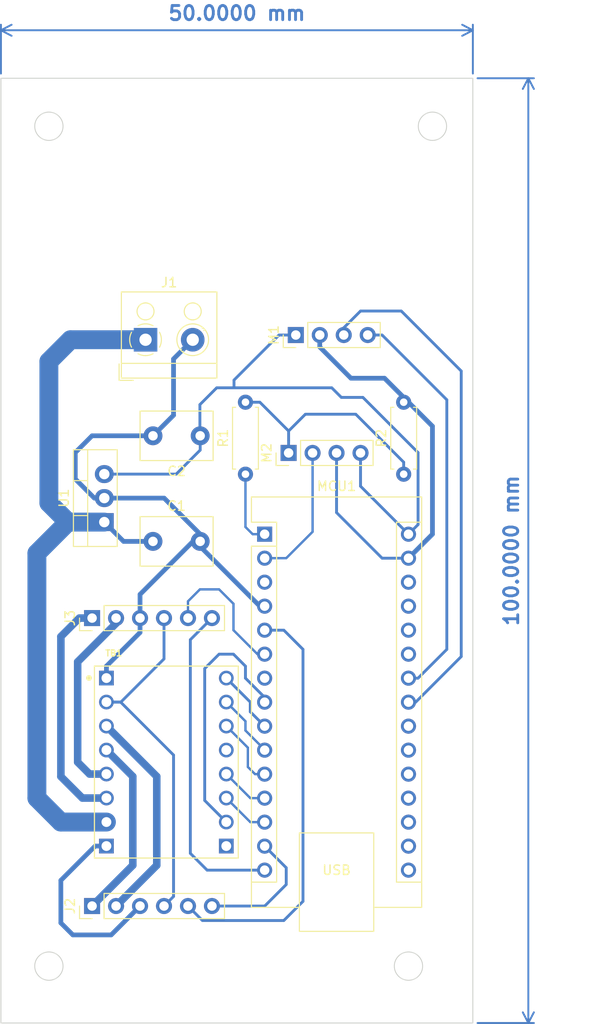
<source format=kicad_pcb>
(kicad_pcb (version 20221018) (generator pcbnew)
  (layers (0 "F.Cu" signal) (31 "B.Cu" signal) (34 "B.Paste" user) (35 "F.Paste" user) (36 "B.SilkS" user "B.Silkscreen") (37 "F.SilkS" user "F.Silkscreen") (38 "B.Mask" user) (39 "F.Mask" user) (44 "Edge.Cuts" user))
  (net 0 "")
  (net 2 "/MA_ENCA")
  (net 3 "/MB_ENCA")
  (net 5 "/MA_ENCB")
  (net 6 "/MB_ENCB")
  (net 17 "GND")
  (net 18 "/12V")
  (net 19 "/5V MCU")
  (net 20 "/SDA")
  (net 21 "/SCL")
  (net 22 "/A01")
  (net 23 "/A02")
  (net 24 "/B02")
  (net 25 "/B01")
  (net 26 "/PWMB")
  (net 27 "/PWMA")
  (net 28 "/BIN2")
  (net 29 "/BIN1")
  (net 30 "/AIN2")
  (net 31 "/AIN1")
  (net 33 "Net-(M2-Pin_1)")
  (net 34 "/D1")
  (net 35 "/D0")
  (footprint "Resistor_THT:R_Axial_DIN0207_L6.3mm_D2.5mm_P7.62mm_Horizontal" (layer "F.Cu") (at 84.328 72.39 90)
    (fp_text reference "R1" (at 3.81 -2.37 90) (layer "F.SilkS"))
    (fp_text value "1K")
    (fp_line (start 0.54 -1.37) (end 7.08 -1.37) (stroke (width 0.12)) (layer "F.SilkS"))
    (fp_line (start 0.54 -1.04) (end 0.54 -1.37) (stroke (width 0.12)) (layer "F.SilkS"))
    (fp_line (start 0.54 1.04) (end 0.54 1.37) (stroke (width 0.12)) (layer "F.SilkS"))
    (fp_line (start 0.54 1.37) (end 7.08 1.37) (stroke (width 0.12)) (layer "F.SilkS"))
    (fp_line (start 7.08 -1.37) (end 7.08 -1.04) (stroke (width 0.12)) (layer "F.SilkS"))
    (fp_line (start 7.08 1.37) (end 7.08 1.04) (stroke (width 0.12)) (layer "F.SilkS"))
    (pad "1" thru_hole circle (at 0 0 90) (size 1.6 1.6) (drill 0.8) (layers "*.Cu" "*.Mask") (net 35 "/D0"))
    (pad "2" thru_hole oval (at 7.62 0 90) (size 1.6 1.6) (drill 0.8) (layers "*.Cu" "*.Mask") (net 33 "Net-(M2-Pin_1)"))
  )
  (footprint "Capacitor_THT:C_Disc_D7.5mm_W5.0mm_P5.00mm" (layer "F.Cu") (at 74.53 79.502)
    (fp_text reference "C1" (at 2.5 -3.75) (layer "F.SilkS"))
    (fp_text value "0.33uF")
    (fp_line (start -1.37 -2.62) (end -1.37 2.62) (stroke (width 0.12)) (layer "F.SilkS"))
    (fp_line (start -1.37 -2.62) (end 6.37 -2.62) (stroke (width 0.12)) (layer "F.SilkS"))
    (fp_line (start -1.37 2.62) (end 6.37 2.62) (stroke (width 0.12)) (layer "F.SilkS"))
    (fp_line (start 6.37 -2.62) (end 6.37 2.62) (stroke (width 0.12)) (layer "F.SilkS"))
    (pad "1" thru_hole circle (at 0 0) (size 2 2) (drill 1) (layers "*.Cu" "*.Mask") (net 18 "/12V"))
    (pad "2" thru_hole circle (at 5 0) (size 2 2) (drill 1) (layers "*.Cu" "*.Mask") (net 17 "GND"))
  )
  (footprint "Module:Arduino_Nano" (layer "F.Cu") (at 86.36 78.74)
    (fp_text reference "MCU1" (at 7.62 -5.08) (layer "F.SilkS"))
    (fp_text value "Arduino_Nano_Every")
    (fp_text user "USB" (at 7.62 35.56 unlocked) (layer "F.SilkS"))
    (fp_line (start -1.4 -3.94) (end -1.4 -1.27) (stroke (width 0.12)) (layer "F.SilkS"))
    (fp_line (start -1.4 1.27) (end -1.4 39.5) (stroke (width 0.12)) (layer "F.SilkS"))
    (fp_line (start -1.4 39.5) (end 3.68 39.5) (stroke (width 0.12)) (layer "F.SilkS"))
    (fp_line (start 1.27 -1.27) (end -1.4 -1.27) (stroke (width 0.12)) (layer "F.SilkS"))
    (fp_line (start 1.27 1.27) (end -1.4 1.27) (stroke (width 0.12)) (layer "F.SilkS"))
    (fp_line (start 1.27 1.27) (end 1.27 -1.27) (stroke (width 0.12)) (layer "F.SilkS"))
    (fp_line (start 1.27 1.27) (end 1.27 36.83) (stroke (width 0.12)) (layer "F.SilkS"))
    (fp_line (start 1.27 36.83) (end -1.4 36.83) (stroke (width 0.12)) (layer "F.SilkS"))
    (fp_line (start 3.68 31.62) (end 11.56 31.62) (stroke (width 0.12)) (layer "F.SilkS"))
    (fp_line (start 3.68 42.04) (end 3.68 31.62) (stroke (width 0.12)) (layer "F.SilkS"))
    (fp_line (start 11.56 31.62) (end 11.56 42.04) (stroke (width 0.12)) (layer "F.SilkS"))
    (fp_line (start 11.56 42.04) (end 3.68 42.04) (stroke (width 0.12)) (layer "F.SilkS"))
    (fp_line (start 13.97 -1.27) (end 13.97 36.83) (stroke (width 0.12)) (layer "F.SilkS"))
    (fp_line (start 13.97 -1.27) (end 16.64 -1.27) (stroke (width 0.12)) (layer "F.SilkS"))
    (fp_line (start 13.97 36.83) (end 16.64 36.83) (stroke (width 0.12)) (layer "F.SilkS"))
    (fp_line (start 16.64 -3.94) (end -1.4 -3.94) (stroke (width 0.12)) (layer "F.SilkS"))
    (fp_line (start 16.64 39.5) (end 11.56 39.5) (stroke (width 0.12)) (layer "F.SilkS"))
    (fp_line (start 16.64 39.5) (end 16.64 -3.94) (stroke (width 0.12)) (layer "F.SilkS"))
    (pad "1" thru_hole rect (at 0 0) (size 1.6 1.6) (drill 1) (layers "*.Cu" "*.Mask") (net 35 "/D0"))
    (pad "2" thru_hole oval (at 0 2.54) (size 1.6 1.6) (drill 1) (layers "*.Cu" "*.Mask") (net 34 "/D1"))
    (pad "3" thru_hole oval (at 0 5.08) (size 1.6 1.6) (drill 1) (layers "*.Cu" "*.Mask"))
    (pad "4" thru_hole oval (at 0 7.62) (size 1.6 1.6) (drill 1) (layers "*.Cu" "*.Mask") (net 17 "GND"))
    (pad "5" thru_hole oval (at 0 10.16) (size 1.6 1.6) (drill 1) (layers "*.Cu" "*.Mask") (net 2 "/MA_ENCA"))
    (pad "6" thru_hole oval (at 0 12.7) (size 1.6 1.6) (drill 1) (layers "*.Cu" "*.Mask") (net 3 "/MB_ENCA"))
    (pad "7" thru_hole oval (at 0 15.24) (size 1.6 1.6) (drill 1) (layers "*.Cu" "*.Mask"))
    (pad "8" thru_hole oval (at 0 17.78) (size 1.6 1.6) (drill 1) (layers "*.Cu" "*.Mask") (net 26 "/PWMB"))
    (pad "9" thru_hole oval (at 0 20.32) (size 1.6 1.6) (drill 1) (layers "*.Cu" "*.Mask") (net 27 "/PWMA"))
    (pad "10" thru_hole oval (at 0 22.86) (size 1.6 1.6) (drill 1) (layers "*.Cu" "*.Mask") (net 30 "/AIN2"))
    (pad "11" thru_hole oval (at 0 25.4) (size 1.6 1.6) (drill 1) (layers "*.Cu" "*.Mask") (net 31 "/AIN1"))
    (pad "12" thru_hole oval (at 0 27.94) (size 1.6 1.6) (drill 1) (layers "*.Cu" "*.Mask") (net 29 "/BIN1"))
    (pad "13" thru_hole oval (at 0 30.48) (size 1.6 1.6) (drill 1) (layers "*.Cu" "*.Mask") (net 28 "/BIN2"))
    (pad "14" thru_hole oval (at 0 33.02) (size 1.6 1.6) (drill 1) (layers "*.Cu" "*.Mask") (net 5 "/MA_ENCB"))
    (pad "15" thru_hole oval (at 0 35.56) (size 1.6 1.6) (drill 1) (layers "*.Cu" "*.Mask") (net 6 "/MB_ENCB"))
    (pad "16" thru_hole oval (at 15.24 35.56) (size 1.6 1.6) (drill 1) (layers "*.Cu" "*.Mask"))
    (pad "17" thru_hole oval (at 15.24 33.02) (size 1.6 1.6) (drill 1) (layers "*.Cu" "*.Mask"))
    (pad "18" thru_hole oval (at 15.24 30.48) (size 1.6 1.6) (drill 1) (layers "*.Cu" "*.Mask"))
    (pad "19" thru_hole oval (at 15.24 27.94) (size 1.6 1.6) (drill 1) (layers "*.Cu" "*.Mask"))
    (pad "20" thru_hole oval (at 15.24 25.4) (size 1.6 1.6) (drill 1) (layers "*.Cu" "*.Mask"))
    (pad "21" thru_hole oval (at 15.24 22.86) (size 1.6 1.6) (drill 1) (layers "*.Cu" "*.Mask"))
    (pad "22" thru_hole oval (at 15.24 20.32) (size 1.6 1.6) (drill 1) (layers "*.Cu" "*.Mask"))
    (pad "23" thru_hole oval (at 15.24 17.78) (size 1.6 1.6) (drill 1) (layers "*.Cu" "*.Mask") (net 20 "/SDA"))
    (pad "24" thru_hole oval (at 15.24 15.24) (size 1.6 1.6) (drill 1) (layers "*.Cu" "*.Mask") (net 21 "/SCL"))
    (pad "25" thru_hole oval (at 15.24 12.7) (size 1.6 1.6) (drill 1) (layers "*.Cu" "*.Mask"))
    (pad "26" thru_hole oval (at 15.24 10.16) (size 1.6 1.6) (drill 1) (layers "*.Cu" "*.Mask"))
    (pad "27" thru_hole oval (at 15.24 7.62) (size 1.6 1.6) (drill 1) (layers "*.Cu" "*.Mask") (net 19 "/5V MCU"))
    (pad "28" thru_hole oval (at 15.24 5.08) (size 1.6 1.6) (drill 1) (layers "*.Cu" "*.Mask"))
    (pad "29" thru_hole oval (at 15.24 2.54) (size 1.6 1.6) (drill 1) (layers "*.Cu" "*.Mask") (net 17 "GND"))
    (pad "30" thru_hole oval (at 15.24 0) (size 1.6 1.6) (drill 1) (layers "*.Cu" "*.Mask") (net 19 "/5V MCU"))
  )
  (footprint "Resistor_THT:R_Axial_DIN0207_L6.3mm_D2.5mm_P7.62mm_Horizontal" (layer "F.Cu") (at 101.092 72.39 90)
    (fp_text reference "R2" (at 3.81 -2.37 90) (layer "F.SilkS"))
    (fp_text value "2K")
    (fp_line (start 0.54 -1.37) (end 7.08 -1.37) (stroke (width 0.12)) (layer "F.SilkS"))
    (fp_line (start 0.54 -1.04) (end 0.54 -1.37) (stroke (width 0.12)) (layer "F.SilkS"))
    (fp_line (start 0.54 1.04) (end 0.54 1.37) (stroke (width 0.12)) (layer "F.SilkS"))
    (fp_line (start 0.54 1.37) (end 7.08 1.37) (stroke (width 0.12)) (layer "F.SilkS"))
    (fp_line (start 7.08 -1.37) (end 7.08 -1.04) (stroke (width 0.12)) (layer "F.SilkS"))
    (fp_line (start 7.08 1.37) (end 7.08 1.04) (stroke (width 0.12)) (layer "F.SilkS"))
    (pad "1" thru_hole circle (at 0 0 90) (size 1.6 1.6) (drill 0.8) (layers "*.Cu" "*.Mask") (net 33 "Net-(M2-Pin_1)"))
    (pad "2" thru_hole oval (at 7.62 0 90) (size 1.6 1.6) (drill 0.8) (layers "*.Cu" "*.Mask") (net 17 "GND"))
  )
  (footprint "Connector_PinHeader_2.54mm:PinHeader_1x04_P2.54mm_Vertical" (layer "F.Cu") (at 88.9 70.14 90)
    (fp_text reference "M2" (at 0 -2.33 90) (layer "F.SilkS"))
    (fp_text value "HC-05")
    (fp_line (start -1.33 -1.33) (end 0 -1.33) (stroke (width 0.12)) (layer "F.SilkS"))
    (fp_line (start -1.33 0) (end -1.33 -1.33) (stroke (width 0.12)) (layer "F.SilkS"))
    (fp_line (start -1.33 1.27) (end -1.33 8.95) (stroke (width 0.12)) (layer "F.SilkS"))
    (fp_line (start -1.33 1.27) (end 1.33 1.27) (stroke (width 0.12)) (layer "F.SilkS"))
    (fp_line (start -1.33 8.95) (end 1.33 8.95) (stroke (width 0.12)) (layer "F.SilkS"))
    (fp_line (start 1.33 1.27) (end 1.33 8.95) (stroke (width 0.12)) (layer "F.SilkS"))
    (pad "1" thru_hole rect (at 0 0 90) (size 1.7 1.7) (drill 1) (layers "*.Cu" "*.Mask") (net 33 "Net-(M2-Pin_1)"))
    (pad "2" thru_hole oval (at 0 2.54 90) (size 1.7 1.7) (drill 1) (layers "*.Cu" "*.Mask") (net 34 "/D1"))
    (pad "3" thru_hole oval (at 0 5.08 90) (size 1.7 1.7) (drill 1) (layers "*.Cu" "*.Mask") (net 17 "GND"))
    (pad "4" thru_hole oval (at 0 7.62 90) (size 1.7 1.7) (drill 1) (layers "*.Cu" "*.Mask") (net 19 "/5V MCU"))
  )
  (footprint "TerminalBlock_RND:TerminalBlock_RND_205-00001_1x02_P5.00mm_Horizontal" (layer "F.Cu") (at 73.74 58.158)
    (fp_text reference "J1" (at 2.5 -6.06) (layer "F.SilkS"))
    (fp_text value "12V Input")
    (fp_line (start -2.8 2.56) (end -2.8 4.3) (stroke (width 0.12)) (layer "F.SilkS"))
    (fp_line (start -2.8 4.3) (end -1.3 4.3) (stroke (width 0.12)) (layer "F.SilkS"))
    (fp_line (start -2.56 -5.06) (end -2.56 4.06) (stroke (width 0.12)) (layer "F.SilkS"))
    (fp_line (start -2.56 -5.06) (end 7.56 -5.06) (stroke (width 0.12)) (layer "F.SilkS"))
    (fp_line (start -2.56 2.5) (end 7.56 2.5) (stroke (width 0.12)) (layer "F.SilkS"))
    (fp_line (start -2.56 4.06) (end 7.56 4.06) (stroke (width 0.12)) (layer "F.SilkS"))
    (fp_line (start 3.82 0.976) (end 3.726 1.069) (stroke (width 0.12)) (layer "F.SilkS"))
    (fp_line (start 3.99 1.216) (end 3.931 1.274) (stroke (width 0.12)) (layer "F.SilkS"))
    (fp_line (start 6.07 -1.275) (end 6.011 -1.216) (stroke (width 0.12)) (layer "F.SilkS"))
    (fp_line (start 6.275 -1.069) (end 6.181 -0.976) (stroke (width 0.12)) (layer "F.SilkS"))
    (fp_line (start 7.56 -5.06) (end 7.56 4.06) (stroke (width 0.12)) (layer "F.SilkS"))
    (fp_arc (start -1.483953 0.789089) (mid -1.680708 0.00005) (end -1.484 -0.789) (stroke (width 0.12)) (layer "F.SilkS"))
    (fp_arc (start -0.789089 -1.483953) (mid -0.00005 -1.680708) (end 0.789 -1.484) (stroke (width 0.12)) (layer "F.SilkS"))
    (fp_arc (start 0.029383 1.68045) (mid -0.392304 1.634281) (end -0.789 1.484) (stroke (width 0.12)) (layer "F.SilkS"))
    (fp_arc (start 0.788712 1.483352) (mid 0.406429 1.630097) (end 0 1.68) (stroke (width 0.12)) (layer "F.SilkS"))
    (fp_arc (start 1.483953 -0.789089) (mid 1.680708 -0.00005) (end 1.484 0.789) (stroke (width 0.12)) (layer "F.SilkS"))
    (fp_circle (center 0 -3) (end 0.9 -3) (stroke (width 0.12)) (fill none) (layer "F.SilkS"))
    (fp_circle (center 5 -3) (end 5.9 -3) (stroke (width 0.12)) (fill none) (layer "F.SilkS"))
    (fp_circle (center 5 0) (end 6.68 0) (stroke (width 0.12)) (fill none) (layer "F.SilkS"))
    (pad "1" thru_hole rect (at 0 0) (size 2.5 2.5) (drill 1.3) (layers "*.Cu" "*.Mask") (net 18 "/12V"))
    (pad "2" thru_hole circle (at 5 0) (size 2.5 2.5) (drill 1.3) (layers "*.Cu" "*.Mask") (net 17 "GND"))
  )
  (footprint "Connector_PinHeader_2.54mm:PinHeader_1x06_P2.54mm_Vertical" (layer "F.Cu") (at 68.0775 118.1 90)
    (fp_text reference "J2" (at 0 -2.33 90) (layer "F.SilkS"))
    (fp_text value "MOTOR_A")
    (fp_line (start -1.33 -1.33) (end 0 -1.33) (stroke (width 0.12)) (layer "F.SilkS"))
    (fp_line (start -1.33 0) (end -1.33 -1.33) (stroke (width 0.12)) (layer "F.SilkS"))
    (fp_line (start -1.33 1.27) (end -1.33 14.03) (stroke (width 0.12)) (layer "F.SilkS"))
    (fp_line (start -1.33 1.27) (end 1.33 1.27) (stroke (width 0.12)) (layer "F.SilkS"))
    (fp_line (start -1.33 14.03) (end 1.33 14.03) (stroke (width 0.12)) (layer "F.SilkS"))
    (fp_line (start 1.33 1.27) (end 1.33 14.03) (stroke (width 0.12)) (layer "F.SilkS"))
    (pad "1" thru_hole rect (at 0 0 90) (size 1.7 1.7) (drill 1) (layers "*.Cu" "*.Mask") (net 22 "/A01"))
    (pad "2" thru_hole oval (at 0 2.54 90) (size 1.7 1.7) (drill 1) (layers "*.Cu" "*.Mask") (net 23 "/A02"))
    (pad "3" thru_hole oval (at 0 5.08 90) (size 1.7 1.7) (drill 1) (layers "*.Cu" "*.Mask") (net 17 "GND"))
    (pad "4" thru_hole oval (at 0 7.62 90) (size 1.7 1.7) (drill 1) (layers "*.Cu" "*.Mask") (net 19 "/5V MCU"))
    (pad "5" thru_hole oval (at 0 10.16 90) (size 1.7 1.7) (drill 1) (layers "*.Cu" "*.Mask") (net 2 "/MA_ENCA"))
    (pad "6" thru_hole oval (at 0 12.7 90) (size 1.7 1.7) (drill 1) (layers "*.Cu" "*.Mask") (net 5 "/MA_ENCB"))
  )
  (footprint "Capacitor_THT:C_Disc_D7.5mm_W5.0mm_P5.00mm" (layer "F.Cu") (at 79.53 68.326 180)
    (fp_text reference "C2" (at 2.5 -3.75) (layer "F.SilkS"))
    (fp_text value "0.1uF")
    (fp_line (start -1.37 -2.62) (end -1.37 2.62) (stroke (width 0.12)) (layer "F.SilkS"))
    (fp_line (start -1.37 -2.62) (end 6.37 -2.62) (stroke (width 0.12)) (layer "F.SilkS"))
    (fp_line (start -1.37 2.62) (end 6.37 2.62) (stroke (width 0.12)) (layer "F.SilkS"))
    (fp_line (start 6.37 -2.62) (end 6.37 2.62) (stroke (width 0.12)) (layer "F.SilkS"))
    (pad "1" thru_hole circle (at 0 0 180) (size 2 2) (drill 1) (layers "*.Cu" "*.Mask") (net 19 "/5V MCU"))
    (pad "2" thru_hole circle (at 5 0 180) (size 2 2) (drill 1) (layers "*.Cu" "*.Mask") (net 17 "GND"))
  )
  (footprint "Connector_PinHeader_2.54mm:PinHeader_1x04_P2.54mm_Vertical" (layer "F.Cu") (at 89.662 57.658 90)
    (fp_text reference "M1" (at 0 -2.33 90) (layer "F.SilkS"))
    (fp_text value "MPU6050")
    (fp_line (start -1.33 -1.33) (end 0 -1.33) (stroke (width 0.12)) (layer "F.SilkS"))
    (fp_line (start -1.33 0) (end -1.33 -1.33) (stroke (width 0.12)) (layer "F.SilkS"))
    (fp_line (start -1.33 1.27) (end -1.33 8.95) (stroke (width 0.12)) (layer "F.SilkS"))
    (fp_line (start -1.33 1.27) (end 1.33 1.27) (stroke (width 0.12)) (layer "F.SilkS"))
    (fp_line (start -1.33 8.95) (end 1.33 8.95) (stroke (width 0.12)) (layer "F.SilkS"))
    (fp_line (start 1.33 1.27) (end 1.33 8.95) (stroke (width 0.12)) (layer "F.SilkS"))
    (pad "1" thru_hole rect (at 0 0 90) (size 1.7 1.7) (drill 1) (layers "*.Cu" "*.Mask") (net 19 "/5V MCU"))
    (pad "2" thru_hole oval (at 0 2.54 90) (size 1.7 1.7) (drill 1) (layers "*.Cu" "*.Mask") (net 17 "GND"))
    (pad "3" thru_hole oval (at 0 5.08 90) (size 1.7 1.7) (drill 1) (layers "*.Cu" "*.Mask") (net 20 "/SDA"))
    (pad "4" thru_hole oval (at 0 7.62 90) (size 1.7 1.7) (drill 1) (layers "*.Cu" "*.Mask") (net 21 "/SCL"))
  )
  (footprint "POLOLU-713:SHIELD_POLOLU-713" (layer "F.Cu") (at 75.946 102.86)
    (fp_text reference "TB1" (at -5.576673 -11.524334) (layer "F.SilkS") (effects (font (size 0.640998 0.640998))))
    (fp_text value "POLOLU-713")
    (fp_line (start -7.62 -10.16) (end 7.62 -10.16) (stroke (width 0.127)) (layer "F.SilkS"))
    (fp_line (start -7.62 10.16) (end -7.62 -10.16) (stroke (width 0.127)) (layer "F.SilkS"))
    (fp_line (start 7.62 -10.16) (end 7.62 10.16) (stroke (width 0.127)) (layer "F.SilkS"))
    (fp_line (start 7.62 10.16) (end -7.62 10.16) (stroke (width 0.127)) (layer "F.SilkS"))
    (fp_circle (center -8.2 -8.9) (end -8.05 -8.9) (stroke (width 0.3)) (fill none) (layer "F.SilkS"))
    (pad "1" thru_hole rect (at -6.35 -8.89) (size 1.56 1.56) (drill 1.04) (layers "*.Cu" "*.Mask") (net 17 "GND"))
    (pad "2" thru_hole circle (at -6.35 -6.35) (size 1.56 1.56) (drill 1.04) (layers "*.Cu" "*.Mask") (net 19 "/5V MCU"))
    (pad "3" thru_hole circle (at -6.35 -3.81) (size 1.56 1.56) (drill 1.04) (layers "*.Cu" "*.Mask") (net 23 "/A02"))
    (pad "4" thru_hole circle (at -6.35 -1.27) (size 1.56 1.56) (drill 1.04) (layers "*.Cu" "*.Mask") (net 22 "/A01"))
    (pad "5" thru_hole circle (at -6.35 1.27) (size 1.56 1.56) (drill 1.04) (layers "*.Cu" "*.Mask") (net 24 "/B02"))
    (pad "6" thru_hole circle (at -6.35 3.81) (size 1.56 1.56) (drill 1.04) (layers "*.Cu" "*.Mask") (net 25 "/B01"))
    (pad "7" thru_hole circle (at -6.35 6.35) (size 1.56 1.56) (drill 1.04) (layers "*.Cu" "*.Mask") (net 18 "/12V"))
    (pad "8" thru_hole rect (at -6.35 8.89) (size 1.56 1.56) (drill 1.04) (layers "*.Cu" "*.Mask") (net 17 "GND"))
    (pad "9" thru_hole rect (at 6.35 8.89) (size 1.56 1.56) (drill 1.04) (layers "*.Cu" "*.Mask") (net 17 "GND"))
    (pad "10" thru_hole circle (at 6.35 6.35) (size 1.56 1.56) (drill 1.04) (layers "*.Cu" "*.Mask") (net 26 "/PWMB"))
    (pad "11" thru_hole circle (at 6.35 3.81) (size 1.56 1.56) (drill 1.04) (layers "*.Cu" "*.Mask") (net 28 "/BIN2"))
    (pad "12" thru_hole circle (at 6.35 1.27) (size 1.56 1.56) (drill 1.04) (layers "*.Cu" "*.Mask") (net 29 "/BIN1"))
    (pad "13" thru_hole circle (at 6.35 -1.27) (size 1.56 1.56) (drill 1.04) (layers "*.Cu" "*.Mask"))
    (pad "14" thru_hole circle (at 6.35 -3.81) (size 1.56 1.56) (drill 1.04) (layers "*.Cu" "*.Mask") (net 31 "/AIN1"))
    (pad "15" thru_hole circle (at 6.35 -6.35) (size 1.56 1.56) (drill 1.04) (layers "*.Cu" "*.Mask") (net 30 "/AIN2"))
    (pad "16" thru_hole circle (at 6.35 -8.89) (size 1.56 1.56) (drill 1.04) (layers "*.Cu" "*.Mask") (net 27 "/PWMA"))
  )
  (footprint "Package_TO_SOT_THT:TO-220-3_Vertical" (layer "F.Cu") (at 69.37 77.46 90)
    (fp_text reference "U1" (at 2.54 -4.27 90) (layer "F.SilkS"))
    (fp_text value "LM7805")
    (fp_line (start -2.58 -3.27) (end -2.58 1.371) (stroke (width 0.12)) (layer "F.SilkS"))
    (fp_line (start -2.58 -3.27) (end 7.66 -3.27) (stroke (width 0.12)) (layer "F.SilkS"))
    (fp_line (start -2.58 -1.76) (end 7.66 -1.76) (stroke (width 0.12)) (layer "F.SilkS"))
    (fp_line (start -2.58 1.371) (end 7.66 1.371) (stroke (width 0.12)) (layer "F.SilkS"))
    (fp_line (start 0.69 -3.27) (end 0.69 -1.76) (stroke (width 0.12)) (layer "F.SilkS"))
    (fp_line (start 4.391 -3.27) (end 4.391 -1.76) (stroke (width 0.12)) (layer "F.SilkS"))
    (fp_line (start 7.66 -3.27) (end 7.66 1.371) (stroke (width 0.12)) (layer "F.SilkS"))
    (pad "1" thru_hole rect (at 0 0 90) (size 1.905 2) (drill 1.1) (layers "*.Cu" "*.Mask") (net 18 "/12V"))
    (pad "2" thru_hole oval (at 2.54 0 90) (size 1.905 2) (drill 1.1) (layers "*.Cu" "*.Mask") (net 17 "GND"))
    (pad "3" thru_hole oval (at 5.08 0 90) (size 1.905 2) (drill 1.1) (layers "*.Cu" "*.Mask") (net 19 "/5V MCU"))
  )
  (footprint "Connector_PinHeader_2.54mm:PinHeader_1x06_P2.54mm_Vertical" (layer "F.Cu") (at 68.0775 87.62 90)
    (fp_text reference "J3" (at 0 -2.33 90) (layer "F.SilkS"))
    (fp_text value "MOTOR_B")
    (fp_line (start -1.33 -1.33) (end 0 -1.33) (stroke (width 0.12)) (layer "F.SilkS"))
    (fp_line (start -1.33 0) (end -1.33 -1.33) (stroke (width 0.12)) (layer "F.SilkS"))
    (fp_line (start -1.33 1.27) (end -1.33 14.03) (stroke (width 0.12)) (layer "F.SilkS"))
    (fp_line (start -1.33 1.27) (end 1.33 1.27) (stroke (width 0.12)) (layer "F.SilkS"))
    (fp_line (start -1.33 14.03) (end 1.33 14.03) (stroke (width 0.12)) (layer "F.SilkS"))
    (fp_line (start 1.33 1.27) (end 1.33 14.03) (stroke (width 0.12)) (layer "F.SilkS"))
    (pad "1" thru_hole rect (at 0 0 90) (size 1.7 1.7) (drill 1) (layers "*.Cu" "*.Mask") (net 25 "/B01"))
    (pad "2" thru_hole oval (at 0 2.54 90) (size 1.7 1.7) (drill 1) (layers "*.Cu" "*.Mask") (net 24 "/B02"))
    (pad "3" thru_hole oval (at 0 5.08 90) (size 1.7 1.7) (drill 1) (layers "*.Cu" "*.Mask") (net 17 "GND"))
    (pad "4" thru_hole oval (at 0 7.62 90) (size 1.7 1.7) (drill 1) (layers "*.Cu" "*.Mask") (net 19 "/5V MCU"))
    (pad "5" thru_hole oval (at 0 10.16 90) (size 1.7 1.7) (drill 1) (layers "*.Cu" "*.Mask") (net 3 "/MB_ENCA"))
    (pad "6" thru_hole oval (at 0 12.7 90) (size 1.7 1.7) (drill 1) (layers "*.Cu" "*.Mask") (net 6 "/MB_ENCB"))
  )
  (gr_circle (center 63.5 124.46) (end 65 124.46) (stroke (width 0.1)) (fill none) (layer "Edge.Cuts"))
  (gr_circle (center 104.14 35.56) (end 105.64 35.56) (stroke (width 0.1)) (fill none) (layer "Edge.Cuts"))
  (gr_rect (start 58.42 30.48) (end 108.42 130.48) (stroke (width 0.1)) (fill none) (layer "Edge.Cuts"))
  (gr_circle (center 63.5 35.56) (end 65 35.56) (stroke (width 0.1)) (fill none) (layer "Edge.Cuts"))
  (gr_circle (center 101.6 124.46) (end 103.1 124.46) (stroke (width 0.1)) (fill none) (layer "Edge.Cuts"))
  (dimension (type aligned) (layer "B.Cu") (pts (xy 108.42 130.48) (xy 108.42 30.48)) (height 5.88) (gr_text "100.0000 mm" (at 112.5 80.48 90) (layer "B.Cu") (effects (font (size 1.5 1.5) (thickness 0.3)))) (format (prefix "") (suffix "") (units 3) (units_format 1) (precision 4)) (style (thickness 0.2) (arrow_length 1.27) (text_position_mode 0) (extension_height 0.58642) (extension_offset 0.5) keep_text_aligned))
  (dimension (type aligned) (layer "B.Cu") (pts (xy 108.42 30.48) (xy 58.42 30.48)) (height 5.079999) (gr_text "50.0000 mm" (at 83.42 23.600001) (layer "B.Cu") (effects (font (size 1.5 1.5) (thickness 0.3)))) (format (prefix "") (suffix "") (units 3) (units_format 1) (precision 4)) (style (thickness 0.2) (arrow_length 1.27) (text_position_mode 0) (extension_height 0.58642) (extension_offset 0.5) keep_text_aligned))
  (segment (start 79.7715 119.634) (end 88.392 119.634) (width 0.3) (layer "B.Cu") (net 2))
  (segment (start 90.424 90.932) (end 88.392 88.9) (width 0.3) (layer "B.Cu") (net 2))
  (segment (start 86.36 88.9) (end 86.995 88.9) (width 0.25) (layer "B.Cu") (net 2))
  (segment (start 90.424 117.602) (end 90.424 90.932) (width 0.3) (layer "B.Cu") (net 2))
  (segment (start 78.2375 118.1) (end 79.7715 119.634) (width 0.3) (layer "B.Cu") (net 2))
  (segment (start 88.392 119.634) (end 90.424 117.602) (width 0.3) (layer "B.Cu") (net 2))
  (segment (start 88.392 88.9) (end 86.36 88.9) (width 0.3) (layer "B.Cu") (net 2))
  (segment (start 85.598 91.44) (end 86.36 91.44) (width 0.25) (layer "B.Cu") (net 3))
  (segment (start 78.2375 87.62) (end 78.2375 85.8465) (width 0.25) (layer "B.Cu") (net 3))
  (segment (start 79.502 84.582) (end 81.534 84.582) (width 0.25) (layer "B.Cu") (net 3))
  (segment (start 83.058 86.106) (end 83.058 88.9) (width 0.25) (layer "B.Cu") (net 3))
  (segment (start 81.534 84.582) (end 83.058 86.106) (width 0.25) (layer "B.Cu") (net 3))
  (segment (start 78.2375 85.8465) (end 79.502 84.582) (width 0.25) (layer "B.Cu") (net 3))
  (segment (start 83.058 88.9) (end 85.598 91.44) (width 0.25) (layer "B.Cu") (net 3))
  (segment (start 80.7775 118.1) (end 86.37 118.1) (width 0.3) (layer "B.Cu") (net 5))
  (segment (start 88.646 114.046) (end 86.36 111.76) (width 0.3) (layer "B.Cu") (net 5))
  (segment (start 88.646 115.824) (end 88.646 114.046) (width 0.3) (layer "B.Cu") (net 5))
  (segment (start 86.37 118.1) (end 88.646 115.824) (width 0.3) (layer "B.Cu") (net 5))
  (segment (start 86.36 114.3) (end 80.264 114.3) (width 0.3) (layer "B.Cu") (net 6))
  (segment (start 80.264 114.3) (end 78.486 112.522) (width 0.3) (layer "B.Cu") (net 6))
  (segment (start 78.486 89.9115) (end 80.7775 87.62) (width 0.3) (layer "B.Cu") (net 6))
  (segment (start 78.486 112.522) (end 78.486 89.9115) (width 0.3) (layer "B.Cu") (net 6))
  (segment (start 64.77 115.3825) (end 68.4025 111.75) (width 0.5) (layer "B.Cu") (net 17))
  (segment (start 69.596 92.71) (end 73.1575 89.1485) (width 0.5) (layer "B.Cu") (net 17))
  (segment (start 79.53 78.74) (end 75.71 74.92) (width 0.5) (layer "B.Cu") (net 17))
  (segment (start 92.202 58.928) (end 95.504 62.23) (width 0.5) (layer "B.Cu") (net 17))
  (segment (start 98.806 81.28) (end 101.6 81.28) (width 0.3) (layer "B.Cu") (net 17))
  (segment (start 104.14 67.31) (end 104.14 78.74) (width 0.5) (layer "B.Cu") (net 17))
  (segment (start 86.36 86.36) (end 85.852 86.36) (width 0.5) (layer "B.Cu") (net 17))
  (segment (start 73.1575 85.1125) (end 73.1575 87.62) (width 0.5) (layer "B.Cu") (net 17))
  (segment (start 70.0995 121.158) (end 66.04 121.158) (width 0.5) (layer "B.Cu") (net 17))
  (segment (start 76.708 66.148) (end 76.708 60.19) (width 0.5) (layer "B.Cu") (net 17))
  (segment (start 69.596 93.97) (end 69.596 92.71) (width 0.5) (layer "B.Cu") (net 17))
  (segment (start 69.37 74.92) (end 68.316 74.92) (width 0.5) (layer "B.Cu") (net 17))
  (segment (start 68.072 68.326) (end 74.53 68.326) (width 0.5) (layer "B.Cu") (net 17))
  (segment (start 99.06 62.23) (end 104.14 67.31) (width 0.5) (layer "B.Cu") (net 17))
  (segment (start 73.1575 118.1) (end 70.0995 121.158) (width 0.5) (layer "B.Cu") (net 17))
  (segment (start 75.71 74.92) (end 69.37 74.92) (width 0.5) (layer "B.Cu") (net 17))
  (segment (start 104.14 78.74) (end 101.6 81.28) (width 0.5) (layer "B.Cu") (net 17))
  (segment (start 76.708 60.19) (end 78.74 58.158) (width 0.5) (layer "B.Cu") (net 17))
  (segment (start 79.53 80.038) (end 79.53 78.74) (width 0.5) (layer "B.Cu") (net 17))
  (segment (start 93.98 70.14) (end 93.98 76.454) (width 0.3) (layer "B.Cu") (net 17))
  (segment (start 73.1575 89.1485) (end 73.1575 87.62) (width 0.5) (layer "B.Cu") (net 17))
  (segment (start 92.202 57.658) (end 92.202 58.928) (width 0.5) (layer "B.Cu") (net 17))
  (segment (start 68.4025 111.75) (end 69.596 111.75) (width 0.5) (layer "B.Cu") (net 17))
  (segment (start 66.04 121.158) (end 64.77 119.888) (width 0.5) (layer "B.Cu") (net 17))
  (segment (start 64.77 119.888) (end 64.77 115.3825) (width 0.5) (layer "B.Cu") (net 17))
  (segment (start 78.768 79.502) (end 73.1575 85.1125) (width 0.5) (layer "B.Cu") (net 17))
  (segment (start 93.98 76.454) (end 98.806 81.28) (width 0.3) (layer "B.Cu") (net 17))
  (segment (start 79.53 79.502) (end 78.768 79.502) (width 0.5) (layer "B.Cu") (net 17))
  (segment (start 66.294 72.898) (end 66.294 70.104) (width 0.5) (layer "B.Cu") (net 17))
  (segment (start 85.852 86.36) (end 79.53 80.038) (width 0.5) (layer "B.Cu") (net 17))
  (segment (start 95.504 62.23) (end 99.06 62.23) (width 0.5) (layer "B.Cu") (net 17))
  (segment (start 74.53 68.326) (end 76.708 66.148) (width 0.5) (layer "B.Cu") (net 17))
  (segment (start 68.316 74.92) (end 66.294 72.898) (width 0.5) (layer "B.Cu") (net 17))
  (segment (start 66.294 70.104) (end 68.072 68.326) (width 0.5) (layer "B.Cu") (net 17))
  (segment (start 63.5 75.438) (end 63.5 60.452) (width 2) (layer "B.Cu") (net 18))
  (segment (start 71.412 79.502) (end 69.37 77.46) (width 0.5) (layer "B.Cu") (net 18))
  (segment (start 65.794 58.158) (end 73.74 58.158) (width 2) (layer "B.Cu") (net 18))
  (segment (start 64.76 109.21) (end 69.596 109.21) (width 2) (layer "B.Cu") (net 18))
  (segment (start 62.23 80.752) (end 62.23 106.68) (width 2) (layer "B.Cu") (net 18))
  (segment (start 65.522 77.46) (end 63.5 75.438) (width 2) (layer "B.Cu") (net 18))
  (segment (start 65.522 77.46) (end 62.23 80.752) (width 2) (layer "B.Cu") (net 18))
  (segment (start 74.53 58.948) (end 73.74 58.158) (width 0.7) (layer "B.Cu") (net 18))
  (segment (start 67.554 77.46) (end 65.522 77.46) (width 2) (layer "B.Cu") (net 18))
  (segment (start 74.53 79.502) (end 71.412 79.502) (width 0.5) (layer "B.Cu") (net 18))
  (segment (start 69.37 77.46) (end 67.554 77.46) (width 2) (layer "B.Cu") (net 18))
  (segment (start 62.23 106.68) (end 64.76 109.21) (width 2) (layer "B.Cu") (net 18))
  (segment (start 63.5 60.452) (end 65.794 58.158) (width 2) (layer "B.Cu") (net 18))
  (segment (start 76.708 102.118) (end 71.1 96.51) (width 0.3) (layer "B.Cu") (net 19))
  (segment (start 69.596 96.51) (end 71.13 96.51) (width 0.3) (layer "B.Cu") (net 19))
  (segment (start 83.312 63.246) (end 83.114 63.246) (width 0.25) (layer "B.Cu") (net 19))
  (segment (start 69.37 72.38) (end 76.99 72.38) (width 0.3) (layer "B.Cu") (net 19))
  (segment (start 79.502 65.024) (end 79.502 68.298) (width 0.3) (layer "B.Cu") (net 19))
  (segment (start 96.774 64.262) (end 94.488 64.262) (width 0.3) (layer "B.Cu") (net 19))
  (segment (start 75.6975 118.1) (end 76.708 117.0895) (width 0.3) (layer "B.Cu") (net 19))
  (segment (start 71.13 96.51) (end 75.6975 91.9425) (width 0.3) (layer "B.Cu") (net 19))
  (segment (start 71.1 96.51) (end 69.596 96.51) (width 0.3) (layer "B.Cu") (net 19))
  (segment (start 83.114 63.246) (end 83.114 62.428) (width 0.3) (layer "B.Cu") (net 19))
  (segment (start 101.6 78.74) (end 102.616 77.724) (width 0.3) (layer "B.Cu") (net 19))
  (segment (start 83.114 63.246) (end 81.28 63.246) (width 0.3) (layer "B.Cu") (net 19))
  (segment (start 93.472 63.246) (end 83.114 63.246) (width 0.3) (layer "B.Cu") (net 19))
  (segment (start 102.616 77.724) (end 102.616 70.104) (width 0.3) (layer "B.Cu") (net 19))
  (segment (start 87.884 57.658) (end 89.662 57.658) (width 0.3) (layer "B.Cu") (net 19))
  (segment (start 76.99 72.38) (end 79.53 69.84) (width 0.3) (layer "B.Cu") (net 19))
  (segment (start 76.708 117.0895) (end 76.708 102.118) (width 0.3) (layer "B.Cu") (net 19))
  (segment (start 96.52 70.14) (end 96.52 73.66) (width 0.3) (layer "B.Cu") (net 19))
  (segment (start 102.616 70.104) (end 96.774 64.262) (width 0.3) (layer "B.Cu") (net 19))
  (segment (start 81.28 63.246) (end 79.502 65.024) (width 0.3) (layer "B.Cu") (net 19))
  (segment (start 94.488 64.262) (end 93.472 63.246) (width 0.3) (layer "B.Cu") (net 19))
  (segment (start 83.114 62.428) (end 87.884 57.658) (width 0.3) (layer "B.Cu") (net 19))
  (segment (start 96.52 73.66) (end 101.6 78.74) (width 0.3) (layer "B.Cu") (net 19))
  (segment (start 79.502 68.298) (end 79.53 68.326) (width 0.3) (layer "B.Cu") (net 19))
  (segment (start 75.6975 91.9425) (end 75.6975 87.62) (width 0.3) (layer "B.Cu") (net 19))
  (segment (start 79.53 69.84) (end 79.53 68.326) (width 0.3) (layer "B.Cu") (net 19))
  (segment (start 94.742 56.896) (end 94.742 57.658) (width 0.3) (layer "B.Cu") (net 20))
  (segment (start 100.838 55.118) (end 96.52 55.118) (width 0.3) (layer "B.Cu") (net 20))
  (segment (start 102.362 96.52) (end 107.188 91.694) (width 0.3) (layer "B.Cu") (net 20))
  (segment (start 107.188 91.694) (end 107.188 61.468) (width 0.3) (layer "B.Cu") (net 20))
  (segment (start 101.6 96.52) (end 102.362 96.52) (width 0.3) (layer "B.Cu") (net 20))
  (segment (start 107.188 61.468) (end 100.838 55.118) (width 0.3) (layer "B.Cu") (net 20))
  (segment (start 96.52 55.118) (end 94.742 56.896) (width 0.3) (layer "B.Cu") (net 20))
  (segment (start 102.616 93.98) (end 105.664 90.932) (width 0.3) (layer "B.Cu") (net 21))
  (segment (start 101.6 93.98) (end 102.616 93.98) (width 0.3) (layer "B.Cu") (net 21))
  (segment (start 98.806 57.658) (end 97.282 57.658) (width 0.3) (layer "B.Cu") (net 21))
  (segment (start 105.664 64.516) (end 98.806 57.658) (width 0.3) (layer "B.Cu") (net 21))
  (segment (start 105.664 90.932) (end 105.664 64.516) (width 0.3) (layer "B.Cu") (net 21))
  (segment (start 72.39 113.7875) (end 72.39 104.384) (width 0.8) (layer "B.Cu") (net 22))
  (segment (start 68.0775 118.1) (end 72.39 113.7875) (width 0.8) (layer "B.Cu") (net 22))
  (segment (start 72.39 104.384) (end 69.596 101.59) (width 0.8) (layer "B.Cu") (net 22))
  (segment (start 74.93 104.384) (end 74.93 113.7875) (width 0.8) (layer "B.Cu") (net 23))
  (segment (start 69.596 99.05) (end 74.93 104.384) (width 0.8) (layer "B.Cu") (net 23))
  (segment (start 74.93 113.7875) (end 70.6175 118.1) (width 0.8) (layer "B.Cu") (net 23))
  (segment (start 70.6175 88.18) (end 70.6175 87.62) (width 0.8) (layer "B.Cu") (net 24))
  (segment (start 66.548 102.87) (end 67.808 104.13) (width 0.8) (layer "B.Cu") (net 24))
  (segment (start 66.548 92.2495) (end 70.6175 88.18) (width 0.8) (layer "B.Cu") (net 24))
  (segment (start 67.808 104.13) (end 69.596 104.13) (width 0.8) (layer "B.Cu") (net 24))
  (segment (start 66.548 92.2495) (end 66.548 102.87) (width 0.8) (layer "B.Cu") (net 24))
  (segment (start 66.7275 87.62) (end 64.77 89.5775) (width 0.8) (layer "B.Cu") (net 25))
  (segment (start 64.77 89.5775) (end 64.77 104.394) (width 0.8) (layer "B.Cu") (net 25))
  (segment (start 64.77 104.394) (end 67.046 106.67) (width 0.8) (layer "B.Cu") (net 25))
  (segment (start 67.046 106.67) (end 69.596 106.67) (width 0.8) (layer "B.Cu") (net 25))
  (segment (start 68.0775 87.62) (end 66.7275 87.62) (width 0.8) (layer "B.Cu") (net 25))
  (segment (start 80.01 92.964) (end 80.01 106.924) (width 0.3) (layer "B.Cu") (net 26))
  (segment (start 84.328 93.98) (end 84.328 92.71) (width 0.3) (layer "B.Cu") (net 26))
  (segment (start 83.058 91.44) (end 81.534 91.44) (width 0.3) (layer "B.Cu") (net 26))
  (segment (start 86.36 96.52) (end 86.36 96.012) (width 0.3) (layer "B.Cu") (net 26))
  (segment (start 84.328 92.71) (end 83.058 91.44) (width 0.3) (layer "B.Cu") (net 26))
  (segment (start 81.534 91.44) (end 80.01 92.964) (width 0.3) (layer "B.Cu") (net 26))
  (segment (start 86.36 96.012) (end 84.328 93.98) (width 0.3) (layer "B.Cu") (net 26))
  (segment (start 80.01 106.924) (end 82.296 109.21) (width 0.3) (layer "B.Cu") (net 26))
  (segment (start 84.836 96.51) (end 84.836 97.536) (width 0.3) (layer "B.Cu") (net 27))
  (segment (start 84.836 97.536) (end 86.36 99.06) (width 0.3) (layer "B.Cu") (net 27))
  (segment (start 82.296 93.97) (end 84.836 96.51) (width 0.3) (layer "B.Cu") (net 27))
  (segment (start 84.846 109.22) (end 86.36 109.22) (width 0.25) (layer "B.Cu") (net 28))
  (segment (start 82.296 106.67) (end 84.846 109.22) (width 0.25) (layer "B.Cu") (net 28))
  (segment (start 84.846 106.68) (end 82.296 104.13) (width 0.25) (layer "B.Cu") (net 29))
  (segment (start 84.846 106.68) (end 86.36 106.68) (width 0.25) (layer "B.Cu") (net 29))
  (segment (start 84.328 98.542) (end 82.296 96.51) (width 0.25) (layer "B.Cu") (net 30))
  (segment (start 86.36 101.6) (end 86.36 101.551294) (width 0.25) (layer "B.Cu") (net 30))
  (segment (start 84.328 99.519294) (end 84.328 98.542) (width 0.25) (layer "B.Cu") (net 30))
  (segment (start 86.36 101.551294) (end 84.328 99.519294) (width 0.25) (layer "B.Cu") (net 30))
  (segment (start 85.344 104.14) (end 86.36 104.14) (width 0.25) (layer "B.Cu") (net 31))
  (segment (start 82.296 99.05) (end 84.582 101.336) (width 0.25) (layer "B.Cu") (net 31))
  (segment (start 84.582 103.378) (end 85.344 104.14) (width 0.25) (layer "B.Cu") (net 31))
  (segment (start 84.582 101.336) (end 84.582 103.378) (width 0.25) (layer "B.Cu") (net 31))
  (segment (start 101.092 71.12) (end 101.092 72.39) (width 0.3) (layer "B.Cu") (net 33))
  (segment (start 96.012 66.04) (end 101.092 71.12) (width 0.3) (layer "B.Cu") (net 33))
  (segment (start 85.852 64.77) (end 88.9 67.818) (width 0.3) (layer "B.Cu") (net 33))
  (segment (start 88.9 67.818) (end 88.9 68.834) (width 0.3) (layer "B.Cu") (net 33))
  (segment (start 90.678 66.04) (end 96.012 66.04) (width 0.3) (layer "B.Cu") (net 33))
  (segment (start 88.9 70.14) (end 88.9 68.834) (width 0.3) (layer "B.Cu") (net 33))
  (segment (start 85.852 64.77) (end 84.328 64.77) (width 0.3) (layer "B.Cu") (net 33))
  (segment (start 88.9 67.818) (end 90.678 66.04) (width 0.3) (layer "B.Cu") (net 33))
  (segment (start 88.646 81.28) (end 86.36 81.28) (width 0.25) (layer "B.Cu") (net 34))
  (segment (start 91.44 78.486) (end 88.646 81.28) (width 0.25) (layer "B.Cu") (net 34))
  (segment (start 91.44 70.14) (end 91.44 78.486) (width 0.25) (layer "B.Cu") (net 34))
  (segment (start 86.36 78.74) (end 85.09 78.74) (width 0.25) (layer "B.Cu") (net 35))
  (segment (start 85.09 78.74) (end 84.328 77.978) (width 0.25) (layer "B.Cu") (net 35))
  (segment (start 84.328 77.978) (end 84.328 72.39) (width 0.25) (layer "B.Cu") (net 35))
)
</source>
